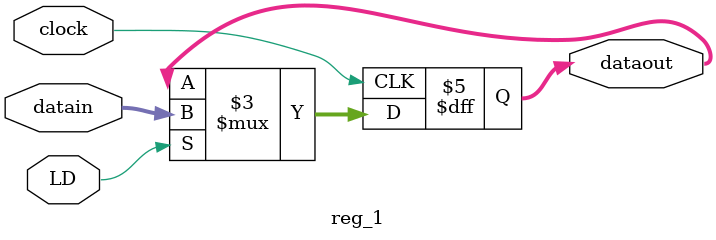
<source format=v>
module reg_1 ( //AR,IR,CI,CJ,CK
input clock,
input LD,
input [7:0] datain,
output reg [7:0] dataout
);

always @(posedge clock) 
begin
    if (LD==1)
        dataout<= datain;   
end
endmodule
</source>
